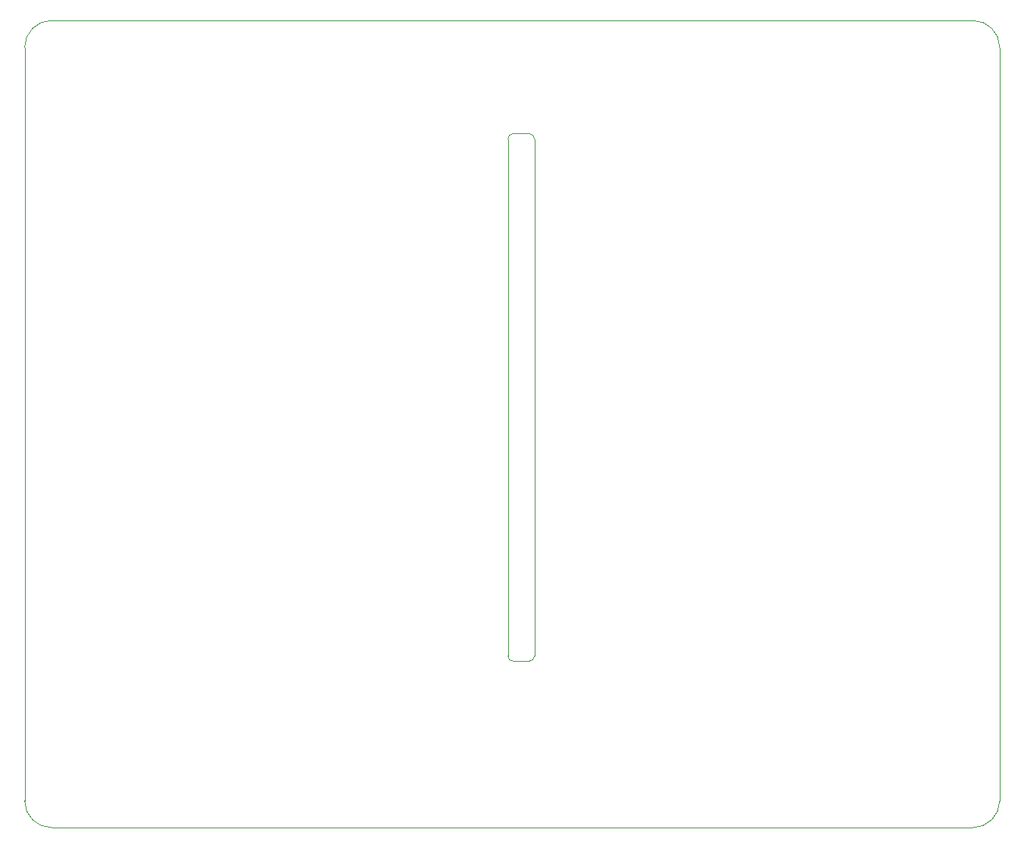
<source format=gm1>
G04 #@! TF.GenerationSoftware,KiCad,Pcbnew,8.0.5*
G04 #@! TF.CreationDate,2025-02-17T00:08:13-06:00*
G04 #@! TF.ProjectId,ActivePrecharge,41637469-7665-4507-9265-636861726765,rev?*
G04 #@! TF.SameCoordinates,Original*
G04 #@! TF.FileFunction,Profile,NP*
%FSLAX46Y46*%
G04 Gerber Fmt 4.6, Leading zero omitted, Abs format (unit mm)*
G04 Created by KiCad (PCBNEW 8.0.5) date 2025-02-17 00:08:13*
%MOMM*%
%LPD*%
G01*
G04 APERTURE LIST*
G04 #@! TA.AperFunction,Profile*
%ADD10C,0.050000*%
G04 #@! TD*
G04 APERTURE END LIST*
D10*
X109400000Y-54400000D02*
X107625000Y-54400000D01*
X56000000Y-132000000D02*
G75*
G02*
X53000000Y-129000000I0J3000000D01*
G01*
X107625000Y-113400000D02*
G75*
G02*
X107025000Y-112800000I-12100J587900D01*
G01*
X162000000Y-129000000D02*
G75*
G02*
X159000000Y-132000000I-3000000J0D01*
G01*
X110000000Y-112800000D02*
X110000000Y-55000000D01*
X53000000Y-44750000D02*
X53000000Y-129000000D01*
X56000000Y-132000000D02*
X159000000Y-132000000D01*
X159000000Y-41750000D02*
G75*
G02*
X162000000Y-44750000I0J-3000000D01*
G01*
X53000000Y-44750000D02*
G75*
G02*
X56000000Y-41750000I3000000J0D01*
G01*
X107025000Y-55000000D02*
X107025000Y-112800000D01*
X107625000Y-113400000D02*
X109400000Y-113400000D01*
X107025000Y-55000000D02*
G75*
G02*
X107625000Y-54400000I600000J0D01*
G01*
X109400000Y-54400000D02*
G75*
G02*
X110000000Y-55000000I0J-600000D01*
G01*
X56000000Y-41750000D02*
X159000000Y-41750000D01*
X162000000Y-44750000D02*
X162000000Y-129000000D01*
X110000000Y-112800000D02*
G75*
G02*
X109400000Y-113400000I-600000J0D01*
G01*
M02*

</source>
